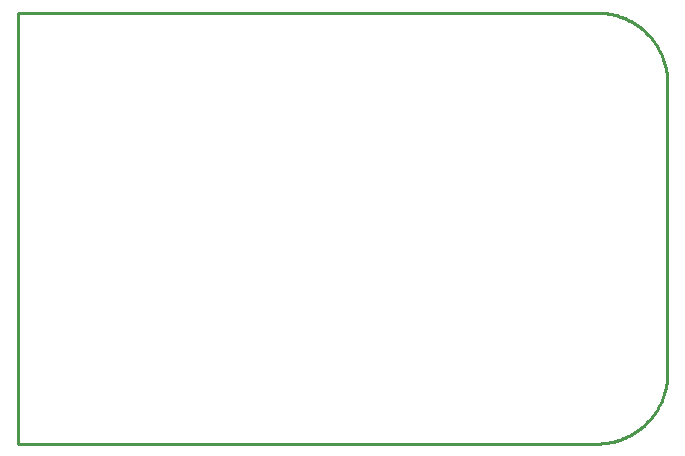
<source format=gko>
G75*
%MOIN*%
%OFA0B0*%
%FSLAX25Y25*%
%IPPOS*%
%LPD*%
%AMOC8*
5,1,8,0,0,1.08239X$1,22.5*
%
%ADD10C,0.01000*%
D10*
X0004065Y0001500D02*
X0196978Y0001500D01*
X0197549Y0001507D01*
X0198119Y0001528D01*
X0198689Y0001562D01*
X0199258Y0001610D01*
X0199825Y0001672D01*
X0200391Y0001748D01*
X0200955Y0001837D01*
X0201516Y0001940D01*
X0202075Y0002057D01*
X0202631Y0002186D01*
X0203184Y0002330D01*
X0203733Y0002486D01*
X0204278Y0002656D01*
X0204818Y0002839D01*
X0205354Y0003035D01*
X0205886Y0003244D01*
X0206412Y0003466D01*
X0206932Y0003700D01*
X0207447Y0003947D01*
X0207956Y0004206D01*
X0208458Y0004477D01*
X0208953Y0004761D01*
X0209442Y0005056D01*
X0209923Y0005363D01*
X0210397Y0005681D01*
X0210863Y0006011D01*
X0211320Y0006352D01*
X0211770Y0006705D01*
X0212210Y0007067D01*
X0212642Y0007441D01*
X0213065Y0007824D01*
X0213478Y0008218D01*
X0213882Y0008622D01*
X0214276Y0009035D01*
X0214659Y0009458D01*
X0215033Y0009890D01*
X0215395Y0010330D01*
X0215748Y0010780D01*
X0216089Y0011237D01*
X0216419Y0011703D01*
X0216737Y0012177D01*
X0217044Y0012658D01*
X0217339Y0013147D01*
X0217623Y0013642D01*
X0217894Y0014144D01*
X0218153Y0014653D01*
X0218400Y0015168D01*
X0218634Y0015688D01*
X0218856Y0016214D01*
X0219065Y0016746D01*
X0219261Y0017282D01*
X0219444Y0017822D01*
X0219614Y0018367D01*
X0219770Y0018916D01*
X0219914Y0019469D01*
X0220043Y0020025D01*
X0220160Y0020584D01*
X0220263Y0021145D01*
X0220352Y0021709D01*
X0220428Y0022275D01*
X0220490Y0022842D01*
X0220538Y0023411D01*
X0220572Y0023981D01*
X0220593Y0024551D01*
X0220600Y0025122D01*
X0220600Y0121579D01*
X0220593Y0122150D01*
X0220572Y0122720D01*
X0220538Y0123290D01*
X0220490Y0123859D01*
X0220428Y0124426D01*
X0220352Y0124992D01*
X0220263Y0125556D01*
X0220160Y0126117D01*
X0220043Y0126676D01*
X0219914Y0127232D01*
X0219770Y0127785D01*
X0219614Y0128334D01*
X0219444Y0128879D01*
X0219261Y0129419D01*
X0219065Y0129955D01*
X0218856Y0130487D01*
X0218634Y0131013D01*
X0218400Y0131533D01*
X0218153Y0132048D01*
X0217894Y0132557D01*
X0217623Y0133059D01*
X0217339Y0133554D01*
X0217044Y0134043D01*
X0216737Y0134524D01*
X0216419Y0134998D01*
X0216089Y0135464D01*
X0215748Y0135921D01*
X0215395Y0136371D01*
X0215033Y0136811D01*
X0214659Y0137243D01*
X0214276Y0137666D01*
X0213882Y0138079D01*
X0213478Y0138483D01*
X0213065Y0138877D01*
X0212642Y0139260D01*
X0212210Y0139634D01*
X0211770Y0139996D01*
X0211320Y0140349D01*
X0210863Y0140690D01*
X0210397Y0141020D01*
X0209923Y0141338D01*
X0209442Y0141645D01*
X0208953Y0141940D01*
X0208458Y0142224D01*
X0207956Y0142495D01*
X0207447Y0142754D01*
X0206932Y0143001D01*
X0206412Y0143235D01*
X0205886Y0143457D01*
X0205354Y0143666D01*
X0204818Y0143862D01*
X0204278Y0144045D01*
X0203733Y0144215D01*
X0203184Y0144371D01*
X0202631Y0144515D01*
X0202075Y0144644D01*
X0201516Y0144761D01*
X0200955Y0144864D01*
X0200391Y0144953D01*
X0199825Y0145029D01*
X0199258Y0145091D01*
X0198689Y0145139D01*
X0198119Y0145173D01*
X0197549Y0145194D01*
X0196978Y0145201D01*
X0004065Y0145201D01*
X0004065Y0001500D01*
M02*

</source>
